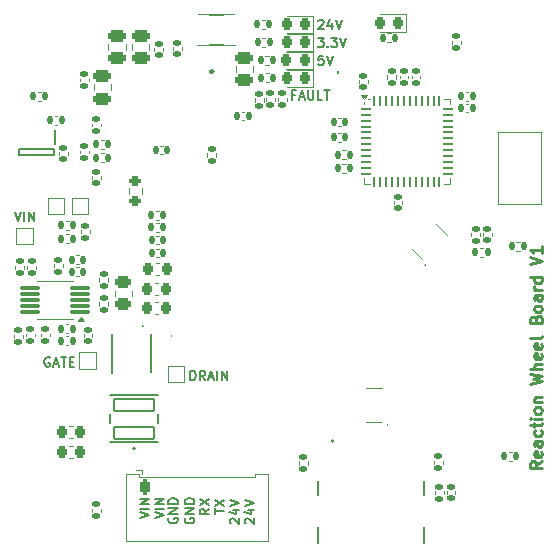
<source format=gbr>
G04 #@! TF.GenerationSoftware,KiCad,Pcbnew,8.0.8*
G04 #@! TF.CreationDate,2025-02-05T10:03:22-05:00*
G04 #@! TF.ProjectId,RW_board,52575f62-6f61-4726-942e-6b696361645f,rev?*
G04 #@! TF.SameCoordinates,Original*
G04 #@! TF.FileFunction,Legend,Top*
G04 #@! TF.FilePolarity,Positive*
%FSLAX46Y46*%
G04 Gerber Fmt 4.6, Leading zero omitted, Abs format (unit mm)*
G04 Created by KiCad (PCBNEW 8.0.8) date 2025-02-05 10:03:22*
%MOMM*%
%LPD*%
G01*
G04 APERTURE LIST*
G04 Aperture macros list*
%AMRoundRect*
0 Rectangle with rounded corners*
0 $1 Rounding radius*
0 $2 $3 $4 $5 $6 $7 $8 $9 X,Y pos of 4 corners*
0 Add a 4 corners polygon primitive as box body*
4,1,4,$2,$3,$4,$5,$6,$7,$8,$9,$2,$3,0*
0 Add four circle primitives for the rounded corners*
1,1,$1+$1,$2,$3*
1,1,$1+$1,$4,$5*
1,1,$1+$1,$6,$7*
1,1,$1+$1,$8,$9*
0 Add four rect primitives between the rounded corners*
20,1,$1+$1,$2,$3,$4,$5,0*
20,1,$1+$1,$4,$5,$6,$7,0*
20,1,$1+$1,$6,$7,$8,$9,0*
20,1,$1+$1,$8,$9,$2,$3,0*%
%AMRotRect*
0 Rectangle, with rotation*
0 The origin of the aperture is its center*
0 $1 length*
0 $2 width*
0 $3 Rotation angle, in degrees counterclockwise*
0 Add horizontal line*
21,1,$1,$2,0,0,$3*%
G04 Aperture macros list end*
%ADD10C,0.200000*%
%ADD11C,0.150000*%
%ADD12C,0.250000*%
%ADD13C,0.120000*%
%ADD14C,0.100000*%
%ADD15C,0.127000*%
%ADD16C,0.010000*%
%ADD17RoundRect,0.135000X-0.135000X-0.185000X0.135000X-0.185000X0.135000X0.185000X-0.135000X0.185000X0*%
%ADD18RoundRect,0.140000X0.140000X0.170000X-0.140000X0.170000X-0.140000X-0.170000X0.140000X-0.170000X0*%
%ADD19R,1.000000X1.000000*%
%ADD20C,0.800000*%
%ADD21C,7.000000*%
%ADD22RoundRect,0.135000X0.185000X-0.135000X0.185000X0.135000X-0.185000X0.135000X-0.185000X-0.135000X0*%
%ADD23RoundRect,0.135000X0.135000X0.185000X-0.135000X0.185000X-0.135000X-0.185000X0.135000X-0.185000X0*%
%ADD24C,6.400000*%
%ADD25RoundRect,0.140000X-0.140000X-0.170000X0.140000X-0.170000X0.140000X0.170000X-0.140000X0.170000X0*%
%ADD26RoundRect,0.225000X-0.225000X-0.250000X0.225000X-0.250000X0.225000X0.250000X-0.225000X0.250000X0*%
%ADD27R,1.600000X2.180000*%
%ADD28RoundRect,0.135000X-0.185000X0.135000X-0.185000X-0.135000X0.185000X-0.135000X0.185000X0.135000X0*%
%ADD29RoundRect,0.140000X0.170000X-0.140000X0.170000X0.140000X-0.170000X0.140000X-0.170000X-0.140000X0*%
%ADD30RoundRect,0.225000X0.225000X0.250000X-0.225000X0.250000X-0.225000X-0.250000X0.225000X-0.250000X0*%
%ADD31RoundRect,0.200000X-0.200000X-0.450000X0.200000X-0.450000X0.200000X0.450000X-0.200000X0.450000X0*%
%ADD32O,0.800000X1.300000*%
%ADD33RotRect,0.700000X1.000000X135.000000*%
%ADD34RotRect,0.600000X0.700000X45.000000*%
%ADD35RoundRect,0.140000X-0.170000X0.140000X-0.170000X-0.140000X0.170000X-0.140000X0.170000X0.140000X0*%
%ADD36RoundRect,0.250000X-0.475000X0.250000X-0.475000X-0.250000X0.475000X-0.250000X0.475000X0.250000X0*%
%ADD37RoundRect,0.102000X1.700000X-0.490000X1.700000X0.490000X-1.700000X0.490000X-1.700000X-0.490000X0*%
%ADD38R,1.650000X2.600000*%
%ADD39RoundRect,0.062500X-0.375000X-0.062500X0.375000X-0.062500X0.375000X0.062500X-0.375000X0.062500X0*%
%ADD40RoundRect,0.062500X-0.062500X-0.375000X0.062500X-0.375000X0.062500X0.375000X-0.062500X0.375000X0*%
%ADD41R,5.150000X5.150000*%
%ADD42R,0.700000X1.000000*%
%ADD43R,0.700000X0.600000*%
%ADD44RoundRect,0.218750X0.218750X0.256250X-0.218750X0.256250X-0.218750X-0.256250X0.218750X-0.256250X0*%
%ADD45R,0.600000X1.250000*%
%ADD46R,0.340000X0.500000*%
%ADD47R,0.340000X1.000000*%
%ADD48R,0.340000X0.800000*%
%ADD49R,1.640000X0.600000*%
%ADD50R,2.290000X1.710000*%
%ADD51RoundRect,0.250000X0.475000X-0.250000X0.475000X0.250000X-0.475000X0.250000X-0.475000X-0.250000X0*%
%ADD52R,1.100000X0.600000*%
%ADD53R,0.690000X0.385000*%
%ADD54R,0.690000X1.035000*%
%ADD55RoundRect,0.250000X-0.450000X0.262500X-0.450000X-0.262500X0.450000X-0.262500X0.450000X0.262500X0*%
%ADD56R,0.300000X0.800000*%
%ADD57R,0.800000X0.300000*%
%ADD58R,5.800000X3.800000*%
%ADD59RoundRect,0.200000X-0.275000X0.200000X-0.275000X-0.200000X0.275000X-0.200000X0.275000X0.200000X0*%
%ADD60RoundRect,0.087500X0.725000X0.087500X-0.725000X0.087500X-0.725000X-0.087500X0.725000X-0.087500X0*%
%ADD61C,0.650000*%
%ADD62O,1.204000X2.304000*%
%ADD63O,1.204000X2.004000*%
G04 APERTURE END LIST*
D10*
X143998695Y-119553231D02*
X143998695Y-119096088D01*
X144798695Y-119324660D02*
X143998695Y-119324660D01*
X143998695Y-118905612D02*
X144798695Y-118372278D01*
X143998695Y-118372278D02*
X144798695Y-118905612D01*
X145344885Y-120366041D02*
X145306790Y-120327945D01*
X145306790Y-120327945D02*
X145268695Y-120251755D01*
X145268695Y-120251755D02*
X145268695Y-120061279D01*
X145268695Y-120061279D02*
X145306790Y-119985088D01*
X145306790Y-119985088D02*
X145344885Y-119946993D01*
X145344885Y-119946993D02*
X145421076Y-119908898D01*
X145421076Y-119908898D02*
X145497266Y-119908898D01*
X145497266Y-119908898D02*
X145611552Y-119946993D01*
X145611552Y-119946993D02*
X146068695Y-120404136D01*
X146068695Y-120404136D02*
X146068695Y-119908898D01*
X145535361Y-119223183D02*
X146068695Y-119223183D01*
X145230600Y-119413659D02*
X145802028Y-119604136D01*
X145802028Y-119604136D02*
X145802028Y-119108897D01*
X145268695Y-118918421D02*
X146068695Y-118651754D01*
X146068695Y-118651754D02*
X145268695Y-118385088D01*
D11*
X152739969Y-79231295D02*
X153235207Y-79231295D01*
X153235207Y-79231295D02*
X152968541Y-79536057D01*
X152968541Y-79536057D02*
X153082826Y-79536057D01*
X153082826Y-79536057D02*
X153159017Y-79574152D01*
X153159017Y-79574152D02*
X153197112Y-79612247D01*
X153197112Y-79612247D02*
X153235207Y-79688438D01*
X153235207Y-79688438D02*
X153235207Y-79878914D01*
X153235207Y-79878914D02*
X153197112Y-79955104D01*
X153197112Y-79955104D02*
X153159017Y-79993200D01*
X153159017Y-79993200D02*
X153082826Y-80031295D01*
X153082826Y-80031295D02*
X152854255Y-80031295D01*
X152854255Y-80031295D02*
X152778064Y-79993200D01*
X152778064Y-79993200D02*
X152739969Y-79955104D01*
X153578065Y-79955104D02*
X153616160Y-79993200D01*
X153616160Y-79993200D02*
X153578065Y-80031295D01*
X153578065Y-80031295D02*
X153539969Y-79993200D01*
X153539969Y-79993200D02*
X153578065Y-79955104D01*
X153578065Y-79955104D02*
X153578065Y-80031295D01*
X153882826Y-79231295D02*
X154378064Y-79231295D01*
X154378064Y-79231295D02*
X154111398Y-79536057D01*
X154111398Y-79536057D02*
X154225683Y-79536057D01*
X154225683Y-79536057D02*
X154301874Y-79574152D01*
X154301874Y-79574152D02*
X154339969Y-79612247D01*
X154339969Y-79612247D02*
X154378064Y-79688438D01*
X154378064Y-79688438D02*
X154378064Y-79878914D01*
X154378064Y-79878914D02*
X154339969Y-79955104D01*
X154339969Y-79955104D02*
X154301874Y-79993200D01*
X154301874Y-79993200D02*
X154225683Y-80031295D01*
X154225683Y-80031295D02*
X153997112Y-80031295D01*
X153997112Y-80031295D02*
X153920921Y-79993200D01*
X153920921Y-79993200D02*
X153882826Y-79955104D01*
X154606636Y-79231295D02*
X154873303Y-80031295D01*
X154873303Y-80031295D02*
X155139969Y-79231295D01*
D12*
X171695619Y-115104003D02*
X171219428Y-115437336D01*
X171695619Y-115675431D02*
X170695619Y-115675431D01*
X170695619Y-115675431D02*
X170695619Y-115294479D01*
X170695619Y-115294479D02*
X170743238Y-115199241D01*
X170743238Y-115199241D02*
X170790857Y-115151622D01*
X170790857Y-115151622D02*
X170886095Y-115104003D01*
X170886095Y-115104003D02*
X171028952Y-115104003D01*
X171028952Y-115104003D02*
X171124190Y-115151622D01*
X171124190Y-115151622D02*
X171171809Y-115199241D01*
X171171809Y-115199241D02*
X171219428Y-115294479D01*
X171219428Y-115294479D02*
X171219428Y-115675431D01*
X171648000Y-114294479D02*
X171695619Y-114389717D01*
X171695619Y-114389717D02*
X171695619Y-114580193D01*
X171695619Y-114580193D02*
X171648000Y-114675431D01*
X171648000Y-114675431D02*
X171552761Y-114723050D01*
X171552761Y-114723050D02*
X171171809Y-114723050D01*
X171171809Y-114723050D02*
X171076571Y-114675431D01*
X171076571Y-114675431D02*
X171028952Y-114580193D01*
X171028952Y-114580193D02*
X171028952Y-114389717D01*
X171028952Y-114389717D02*
X171076571Y-114294479D01*
X171076571Y-114294479D02*
X171171809Y-114246860D01*
X171171809Y-114246860D02*
X171267047Y-114246860D01*
X171267047Y-114246860D02*
X171362285Y-114723050D01*
X171695619Y-113389717D02*
X171171809Y-113389717D01*
X171171809Y-113389717D02*
X171076571Y-113437336D01*
X171076571Y-113437336D02*
X171028952Y-113532574D01*
X171028952Y-113532574D02*
X171028952Y-113723050D01*
X171028952Y-113723050D02*
X171076571Y-113818288D01*
X171648000Y-113389717D02*
X171695619Y-113484955D01*
X171695619Y-113484955D02*
X171695619Y-113723050D01*
X171695619Y-113723050D02*
X171648000Y-113818288D01*
X171648000Y-113818288D02*
X171552761Y-113865907D01*
X171552761Y-113865907D02*
X171457523Y-113865907D01*
X171457523Y-113865907D02*
X171362285Y-113818288D01*
X171362285Y-113818288D02*
X171314666Y-113723050D01*
X171314666Y-113723050D02*
X171314666Y-113484955D01*
X171314666Y-113484955D02*
X171267047Y-113389717D01*
X171648000Y-112484955D02*
X171695619Y-112580193D01*
X171695619Y-112580193D02*
X171695619Y-112770669D01*
X171695619Y-112770669D02*
X171648000Y-112865907D01*
X171648000Y-112865907D02*
X171600380Y-112913526D01*
X171600380Y-112913526D02*
X171505142Y-112961145D01*
X171505142Y-112961145D02*
X171219428Y-112961145D01*
X171219428Y-112961145D02*
X171124190Y-112913526D01*
X171124190Y-112913526D02*
X171076571Y-112865907D01*
X171076571Y-112865907D02*
X171028952Y-112770669D01*
X171028952Y-112770669D02*
X171028952Y-112580193D01*
X171028952Y-112580193D02*
X171076571Y-112484955D01*
X171028952Y-112199240D02*
X171028952Y-111818288D01*
X170695619Y-112056383D02*
X171552761Y-112056383D01*
X171552761Y-112056383D02*
X171648000Y-112008764D01*
X171648000Y-112008764D02*
X171695619Y-111913526D01*
X171695619Y-111913526D02*
X171695619Y-111818288D01*
X171695619Y-111484954D02*
X171028952Y-111484954D01*
X170695619Y-111484954D02*
X170743238Y-111532573D01*
X170743238Y-111532573D02*
X170790857Y-111484954D01*
X170790857Y-111484954D02*
X170743238Y-111437335D01*
X170743238Y-111437335D02*
X170695619Y-111484954D01*
X170695619Y-111484954D02*
X170790857Y-111484954D01*
X171695619Y-110865907D02*
X171648000Y-110961145D01*
X171648000Y-110961145D02*
X171600380Y-111008764D01*
X171600380Y-111008764D02*
X171505142Y-111056383D01*
X171505142Y-111056383D02*
X171219428Y-111056383D01*
X171219428Y-111056383D02*
X171124190Y-111008764D01*
X171124190Y-111008764D02*
X171076571Y-110961145D01*
X171076571Y-110961145D02*
X171028952Y-110865907D01*
X171028952Y-110865907D02*
X171028952Y-110723050D01*
X171028952Y-110723050D02*
X171076571Y-110627812D01*
X171076571Y-110627812D02*
X171124190Y-110580193D01*
X171124190Y-110580193D02*
X171219428Y-110532574D01*
X171219428Y-110532574D02*
X171505142Y-110532574D01*
X171505142Y-110532574D02*
X171600380Y-110580193D01*
X171600380Y-110580193D02*
X171648000Y-110627812D01*
X171648000Y-110627812D02*
X171695619Y-110723050D01*
X171695619Y-110723050D02*
X171695619Y-110865907D01*
X171028952Y-110104002D02*
X171695619Y-110104002D01*
X171124190Y-110104002D02*
X171076571Y-110056383D01*
X171076571Y-110056383D02*
X171028952Y-109961145D01*
X171028952Y-109961145D02*
X171028952Y-109818288D01*
X171028952Y-109818288D02*
X171076571Y-109723050D01*
X171076571Y-109723050D02*
X171171809Y-109675431D01*
X171171809Y-109675431D02*
X171695619Y-109675431D01*
X170695619Y-108532573D02*
X171695619Y-108294478D01*
X171695619Y-108294478D02*
X170981333Y-108104002D01*
X170981333Y-108104002D02*
X171695619Y-107913526D01*
X171695619Y-107913526D02*
X170695619Y-107675431D01*
X171695619Y-107294478D02*
X170695619Y-107294478D01*
X171695619Y-106865907D02*
X171171809Y-106865907D01*
X171171809Y-106865907D02*
X171076571Y-106913526D01*
X171076571Y-106913526D02*
X171028952Y-107008764D01*
X171028952Y-107008764D02*
X171028952Y-107151621D01*
X171028952Y-107151621D02*
X171076571Y-107246859D01*
X171076571Y-107246859D02*
X171124190Y-107294478D01*
X171648000Y-106008764D02*
X171695619Y-106104002D01*
X171695619Y-106104002D02*
X171695619Y-106294478D01*
X171695619Y-106294478D02*
X171648000Y-106389716D01*
X171648000Y-106389716D02*
X171552761Y-106437335D01*
X171552761Y-106437335D02*
X171171809Y-106437335D01*
X171171809Y-106437335D02*
X171076571Y-106389716D01*
X171076571Y-106389716D02*
X171028952Y-106294478D01*
X171028952Y-106294478D02*
X171028952Y-106104002D01*
X171028952Y-106104002D02*
X171076571Y-106008764D01*
X171076571Y-106008764D02*
X171171809Y-105961145D01*
X171171809Y-105961145D02*
X171267047Y-105961145D01*
X171267047Y-105961145D02*
X171362285Y-106437335D01*
X171648000Y-105151621D02*
X171695619Y-105246859D01*
X171695619Y-105246859D02*
X171695619Y-105437335D01*
X171695619Y-105437335D02*
X171648000Y-105532573D01*
X171648000Y-105532573D02*
X171552761Y-105580192D01*
X171552761Y-105580192D02*
X171171809Y-105580192D01*
X171171809Y-105580192D02*
X171076571Y-105532573D01*
X171076571Y-105532573D02*
X171028952Y-105437335D01*
X171028952Y-105437335D02*
X171028952Y-105246859D01*
X171028952Y-105246859D02*
X171076571Y-105151621D01*
X171076571Y-105151621D02*
X171171809Y-105104002D01*
X171171809Y-105104002D02*
X171267047Y-105104002D01*
X171267047Y-105104002D02*
X171362285Y-105580192D01*
X171695619Y-104532573D02*
X171648000Y-104627811D01*
X171648000Y-104627811D02*
X171552761Y-104675430D01*
X171552761Y-104675430D02*
X170695619Y-104675430D01*
X171171809Y-103056382D02*
X171219428Y-102913525D01*
X171219428Y-102913525D02*
X171267047Y-102865906D01*
X171267047Y-102865906D02*
X171362285Y-102818287D01*
X171362285Y-102818287D02*
X171505142Y-102818287D01*
X171505142Y-102818287D02*
X171600380Y-102865906D01*
X171600380Y-102865906D02*
X171648000Y-102913525D01*
X171648000Y-102913525D02*
X171695619Y-103008763D01*
X171695619Y-103008763D02*
X171695619Y-103389715D01*
X171695619Y-103389715D02*
X170695619Y-103389715D01*
X170695619Y-103389715D02*
X170695619Y-103056382D01*
X170695619Y-103056382D02*
X170743238Y-102961144D01*
X170743238Y-102961144D02*
X170790857Y-102913525D01*
X170790857Y-102913525D02*
X170886095Y-102865906D01*
X170886095Y-102865906D02*
X170981333Y-102865906D01*
X170981333Y-102865906D02*
X171076571Y-102913525D01*
X171076571Y-102913525D02*
X171124190Y-102961144D01*
X171124190Y-102961144D02*
X171171809Y-103056382D01*
X171171809Y-103056382D02*
X171171809Y-103389715D01*
X171695619Y-102246858D02*
X171648000Y-102342096D01*
X171648000Y-102342096D02*
X171600380Y-102389715D01*
X171600380Y-102389715D02*
X171505142Y-102437334D01*
X171505142Y-102437334D02*
X171219428Y-102437334D01*
X171219428Y-102437334D02*
X171124190Y-102389715D01*
X171124190Y-102389715D02*
X171076571Y-102342096D01*
X171076571Y-102342096D02*
X171028952Y-102246858D01*
X171028952Y-102246858D02*
X171028952Y-102104001D01*
X171028952Y-102104001D02*
X171076571Y-102008763D01*
X171076571Y-102008763D02*
X171124190Y-101961144D01*
X171124190Y-101961144D02*
X171219428Y-101913525D01*
X171219428Y-101913525D02*
X171505142Y-101913525D01*
X171505142Y-101913525D02*
X171600380Y-101961144D01*
X171600380Y-101961144D02*
X171648000Y-102008763D01*
X171648000Y-102008763D02*
X171695619Y-102104001D01*
X171695619Y-102104001D02*
X171695619Y-102246858D01*
X171695619Y-101056382D02*
X171171809Y-101056382D01*
X171171809Y-101056382D02*
X171076571Y-101104001D01*
X171076571Y-101104001D02*
X171028952Y-101199239D01*
X171028952Y-101199239D02*
X171028952Y-101389715D01*
X171028952Y-101389715D02*
X171076571Y-101484953D01*
X171648000Y-101056382D02*
X171695619Y-101151620D01*
X171695619Y-101151620D02*
X171695619Y-101389715D01*
X171695619Y-101389715D02*
X171648000Y-101484953D01*
X171648000Y-101484953D02*
X171552761Y-101532572D01*
X171552761Y-101532572D02*
X171457523Y-101532572D01*
X171457523Y-101532572D02*
X171362285Y-101484953D01*
X171362285Y-101484953D02*
X171314666Y-101389715D01*
X171314666Y-101389715D02*
X171314666Y-101151620D01*
X171314666Y-101151620D02*
X171267047Y-101056382D01*
X171695619Y-100580191D02*
X171028952Y-100580191D01*
X171219428Y-100580191D02*
X171124190Y-100532572D01*
X171124190Y-100532572D02*
X171076571Y-100484953D01*
X171076571Y-100484953D02*
X171028952Y-100389715D01*
X171028952Y-100389715D02*
X171028952Y-100294477D01*
X171695619Y-99532572D02*
X170695619Y-99532572D01*
X171648000Y-99532572D02*
X171695619Y-99627810D01*
X171695619Y-99627810D02*
X171695619Y-99818286D01*
X171695619Y-99818286D02*
X171648000Y-99913524D01*
X171648000Y-99913524D02*
X171600380Y-99961143D01*
X171600380Y-99961143D02*
X171505142Y-100008762D01*
X171505142Y-100008762D02*
X171219428Y-100008762D01*
X171219428Y-100008762D02*
X171124190Y-99961143D01*
X171124190Y-99961143D02*
X171076571Y-99913524D01*
X171076571Y-99913524D02*
X171028952Y-99818286D01*
X171028952Y-99818286D02*
X171028952Y-99627810D01*
X171028952Y-99627810D02*
X171076571Y-99532572D01*
X170695619Y-98437333D02*
X171695619Y-98104000D01*
X171695619Y-98104000D02*
X170695619Y-97770667D01*
X171695619Y-96913524D02*
X171695619Y-97484952D01*
X171695619Y-97199238D02*
X170695619Y-97199238D01*
X170695619Y-97199238D02*
X170838476Y-97294476D01*
X170838476Y-97294476D02*
X170933714Y-97389714D01*
X170933714Y-97389714D02*
X170981333Y-97484952D01*
D11*
X152778064Y-77783485D02*
X152816160Y-77745390D01*
X152816160Y-77745390D02*
X152892350Y-77707295D01*
X152892350Y-77707295D02*
X153082826Y-77707295D01*
X153082826Y-77707295D02*
X153159017Y-77745390D01*
X153159017Y-77745390D02*
X153197112Y-77783485D01*
X153197112Y-77783485D02*
X153235207Y-77859676D01*
X153235207Y-77859676D02*
X153235207Y-77935866D01*
X153235207Y-77935866D02*
X153197112Y-78050152D01*
X153197112Y-78050152D02*
X152739969Y-78507295D01*
X152739969Y-78507295D02*
X153235207Y-78507295D01*
X153920922Y-77973961D02*
X153920922Y-78507295D01*
X153730446Y-77669200D02*
X153539969Y-78240628D01*
X153539969Y-78240628D02*
X154035208Y-78240628D01*
X154225684Y-77707295D02*
X154492351Y-78507295D01*
X154492351Y-78507295D02*
X154759017Y-77707295D01*
D10*
X146614885Y-120366041D02*
X146576790Y-120327945D01*
X146576790Y-120327945D02*
X146538695Y-120251755D01*
X146538695Y-120251755D02*
X146538695Y-120061279D01*
X146538695Y-120061279D02*
X146576790Y-119985088D01*
X146576790Y-119985088D02*
X146614885Y-119946993D01*
X146614885Y-119946993D02*
X146691076Y-119908898D01*
X146691076Y-119908898D02*
X146767266Y-119908898D01*
X146767266Y-119908898D02*
X146881552Y-119946993D01*
X146881552Y-119946993D02*
X147338695Y-120404136D01*
X147338695Y-120404136D02*
X147338695Y-119908898D01*
X146805361Y-119223183D02*
X147338695Y-119223183D01*
X146500600Y-119413659D02*
X147072028Y-119604136D01*
X147072028Y-119604136D02*
X147072028Y-119108897D01*
X146538695Y-118918421D02*
X147338695Y-118651754D01*
X147338695Y-118651754D02*
X146538695Y-118385088D01*
D11*
X153197112Y-80755295D02*
X152816160Y-80755295D01*
X152816160Y-80755295D02*
X152778064Y-81136247D01*
X152778064Y-81136247D02*
X152816160Y-81098152D01*
X152816160Y-81098152D02*
X152892350Y-81060057D01*
X152892350Y-81060057D02*
X153082826Y-81060057D01*
X153082826Y-81060057D02*
X153159017Y-81098152D01*
X153159017Y-81098152D02*
X153197112Y-81136247D01*
X153197112Y-81136247D02*
X153235207Y-81212438D01*
X153235207Y-81212438D02*
X153235207Y-81402914D01*
X153235207Y-81402914D02*
X153197112Y-81479104D01*
X153197112Y-81479104D02*
X153159017Y-81517200D01*
X153159017Y-81517200D02*
X153082826Y-81555295D01*
X153082826Y-81555295D02*
X152892350Y-81555295D01*
X152892350Y-81555295D02*
X152816160Y-81517200D01*
X152816160Y-81517200D02*
X152778064Y-81479104D01*
X153463779Y-80755295D02*
X153730446Y-81555295D01*
X153730446Y-81555295D02*
X153997112Y-80755295D01*
D10*
X138918695Y-119934231D02*
X139718695Y-119667564D01*
X139718695Y-119667564D02*
X138918695Y-119400898D01*
X139718695Y-119134231D02*
X138918695Y-119134231D01*
X139718695Y-118753279D02*
X138918695Y-118753279D01*
X138918695Y-118753279D02*
X139718695Y-118296136D01*
X139718695Y-118296136D02*
X138918695Y-118296136D01*
X127080768Y-93960695D02*
X127347435Y-94760695D01*
X127347435Y-94760695D02*
X127614101Y-93960695D01*
X127880768Y-94760695D02*
X127880768Y-93960695D01*
X128261720Y-94760695D02*
X128261720Y-93960695D01*
X128261720Y-93960695D02*
X128718863Y-94760695D01*
X128718863Y-94760695D02*
X128718863Y-93960695D01*
X143528695Y-119108802D02*
X143147742Y-119375469D01*
X143528695Y-119565945D02*
X142728695Y-119565945D01*
X142728695Y-119565945D02*
X142728695Y-119261183D01*
X142728695Y-119261183D02*
X142766790Y-119184993D01*
X142766790Y-119184993D02*
X142804885Y-119146898D01*
X142804885Y-119146898D02*
X142881076Y-119108802D01*
X142881076Y-119108802D02*
X142995361Y-119108802D01*
X142995361Y-119108802D02*
X143071552Y-119146898D01*
X143071552Y-119146898D02*
X143109647Y-119184993D01*
X143109647Y-119184993D02*
X143147742Y-119261183D01*
X143147742Y-119261183D02*
X143147742Y-119565945D01*
X142728695Y-118842136D02*
X143528695Y-118308802D01*
X142728695Y-118308802D02*
X143528695Y-118842136D01*
X140099790Y-119908898D02*
X140061695Y-119985088D01*
X140061695Y-119985088D02*
X140061695Y-120099374D01*
X140061695Y-120099374D02*
X140099790Y-120213660D01*
X140099790Y-120213660D02*
X140175980Y-120289850D01*
X140175980Y-120289850D02*
X140252171Y-120327945D01*
X140252171Y-120327945D02*
X140404552Y-120366041D01*
X140404552Y-120366041D02*
X140518838Y-120366041D01*
X140518838Y-120366041D02*
X140671219Y-120327945D01*
X140671219Y-120327945D02*
X140747409Y-120289850D01*
X140747409Y-120289850D02*
X140823600Y-120213660D01*
X140823600Y-120213660D02*
X140861695Y-120099374D01*
X140861695Y-120099374D02*
X140861695Y-120023183D01*
X140861695Y-120023183D02*
X140823600Y-119908898D01*
X140823600Y-119908898D02*
X140785504Y-119870802D01*
X140785504Y-119870802D02*
X140518838Y-119870802D01*
X140518838Y-119870802D02*
X140518838Y-120023183D01*
X140861695Y-119527945D02*
X140061695Y-119527945D01*
X140061695Y-119527945D02*
X140861695Y-119070802D01*
X140861695Y-119070802D02*
X140061695Y-119070802D01*
X140861695Y-118689850D02*
X140061695Y-118689850D01*
X140061695Y-118689850D02*
X140061695Y-118499374D01*
X140061695Y-118499374D02*
X140099790Y-118385088D01*
X140099790Y-118385088D02*
X140175980Y-118308898D01*
X140175980Y-118308898D02*
X140252171Y-118270803D01*
X140252171Y-118270803D02*
X140404552Y-118232707D01*
X140404552Y-118232707D02*
X140518838Y-118232707D01*
X140518838Y-118232707D02*
X140671219Y-118270803D01*
X140671219Y-118270803D02*
X140747409Y-118308898D01*
X140747409Y-118308898D02*
X140823600Y-118385088D01*
X140823600Y-118385088D02*
X140861695Y-118499374D01*
X140861695Y-118499374D02*
X140861695Y-118689850D01*
X130027101Y-106317790D02*
X129950911Y-106279695D01*
X129950911Y-106279695D02*
X129836625Y-106279695D01*
X129836625Y-106279695D02*
X129722339Y-106317790D01*
X129722339Y-106317790D02*
X129646149Y-106393980D01*
X129646149Y-106393980D02*
X129608054Y-106470171D01*
X129608054Y-106470171D02*
X129569958Y-106622552D01*
X129569958Y-106622552D02*
X129569958Y-106736838D01*
X129569958Y-106736838D02*
X129608054Y-106889219D01*
X129608054Y-106889219D02*
X129646149Y-106965409D01*
X129646149Y-106965409D02*
X129722339Y-107041600D01*
X129722339Y-107041600D02*
X129836625Y-107079695D01*
X129836625Y-107079695D02*
X129912816Y-107079695D01*
X129912816Y-107079695D02*
X130027101Y-107041600D01*
X130027101Y-107041600D02*
X130065197Y-107003504D01*
X130065197Y-107003504D02*
X130065197Y-106736838D01*
X130065197Y-106736838D02*
X129912816Y-106736838D01*
X130369958Y-106851123D02*
X130750911Y-106851123D01*
X130293768Y-107079695D02*
X130560435Y-106279695D01*
X130560435Y-106279695D02*
X130827101Y-107079695D01*
X130979482Y-106279695D02*
X131436625Y-106279695D01*
X131208053Y-107079695D02*
X131208053Y-106279695D01*
X131703292Y-106660647D02*
X131969958Y-106660647D01*
X132084244Y-107079695D02*
X131703292Y-107079695D01*
X131703292Y-107079695D02*
X131703292Y-106279695D01*
X131703292Y-106279695D02*
X132084244Y-106279695D01*
X137648695Y-119934231D02*
X138448695Y-119667564D01*
X138448695Y-119667564D02*
X137648695Y-119400898D01*
X138448695Y-119134231D02*
X137648695Y-119134231D01*
X138448695Y-118753279D02*
X137648695Y-118753279D01*
X137648695Y-118753279D02*
X138448695Y-118296136D01*
X138448695Y-118296136D02*
X137648695Y-118296136D01*
D11*
X150796826Y-84057247D02*
X150530160Y-84057247D01*
X150530160Y-84476295D02*
X150530160Y-83676295D01*
X150530160Y-83676295D02*
X150911112Y-83676295D01*
X151177778Y-84247723D02*
X151558731Y-84247723D01*
X151101588Y-84476295D02*
X151368255Y-83676295D01*
X151368255Y-83676295D02*
X151634921Y-84476295D01*
X151901588Y-83676295D02*
X151901588Y-84323914D01*
X151901588Y-84323914D02*
X151939683Y-84400104D01*
X151939683Y-84400104D02*
X151977778Y-84438200D01*
X151977778Y-84438200D02*
X152053969Y-84476295D01*
X152053969Y-84476295D02*
X152206350Y-84476295D01*
X152206350Y-84476295D02*
X152282540Y-84438200D01*
X152282540Y-84438200D02*
X152320635Y-84400104D01*
X152320635Y-84400104D02*
X152358731Y-84323914D01*
X152358731Y-84323914D02*
X152358731Y-83676295D01*
X153120635Y-84476295D02*
X152739683Y-84476295D01*
X152739683Y-84476295D02*
X152739683Y-83676295D01*
X153273016Y-83676295D02*
X153730159Y-83676295D01*
X153501587Y-84476295D02*
X153501587Y-83676295D01*
D10*
X141496790Y-119908898D02*
X141458695Y-119985088D01*
X141458695Y-119985088D02*
X141458695Y-120099374D01*
X141458695Y-120099374D02*
X141496790Y-120213660D01*
X141496790Y-120213660D02*
X141572980Y-120289850D01*
X141572980Y-120289850D02*
X141649171Y-120327945D01*
X141649171Y-120327945D02*
X141801552Y-120366041D01*
X141801552Y-120366041D02*
X141915838Y-120366041D01*
X141915838Y-120366041D02*
X142068219Y-120327945D01*
X142068219Y-120327945D02*
X142144409Y-120289850D01*
X142144409Y-120289850D02*
X142220600Y-120213660D01*
X142220600Y-120213660D02*
X142258695Y-120099374D01*
X142258695Y-120099374D02*
X142258695Y-120023183D01*
X142258695Y-120023183D02*
X142220600Y-119908898D01*
X142220600Y-119908898D02*
X142182504Y-119870802D01*
X142182504Y-119870802D02*
X141915838Y-119870802D01*
X141915838Y-119870802D02*
X141915838Y-120023183D01*
X142258695Y-119527945D02*
X141458695Y-119527945D01*
X141458695Y-119527945D02*
X142258695Y-119070802D01*
X142258695Y-119070802D02*
X141458695Y-119070802D01*
X142258695Y-118689850D02*
X141458695Y-118689850D01*
X141458695Y-118689850D02*
X141458695Y-118499374D01*
X141458695Y-118499374D02*
X141496790Y-118385088D01*
X141496790Y-118385088D02*
X141572980Y-118308898D01*
X141572980Y-118308898D02*
X141649171Y-118270803D01*
X141649171Y-118270803D02*
X141801552Y-118232707D01*
X141801552Y-118232707D02*
X141915838Y-118232707D01*
X141915838Y-118232707D02*
X142068219Y-118270803D01*
X142068219Y-118270803D02*
X142144409Y-118308898D01*
X142144409Y-118308898D02*
X142220600Y-118385088D01*
X142220600Y-118385088D02*
X142258695Y-118499374D01*
X142258695Y-118499374D02*
X142258695Y-118689850D01*
X141927054Y-108222695D02*
X141927054Y-107422695D01*
X141927054Y-107422695D02*
X142117530Y-107422695D01*
X142117530Y-107422695D02*
X142231816Y-107460790D01*
X142231816Y-107460790D02*
X142308006Y-107536980D01*
X142308006Y-107536980D02*
X142346101Y-107613171D01*
X142346101Y-107613171D02*
X142384197Y-107765552D01*
X142384197Y-107765552D02*
X142384197Y-107879838D01*
X142384197Y-107879838D02*
X142346101Y-108032219D01*
X142346101Y-108032219D02*
X142308006Y-108108409D01*
X142308006Y-108108409D02*
X142231816Y-108184600D01*
X142231816Y-108184600D02*
X142117530Y-108222695D01*
X142117530Y-108222695D02*
X141927054Y-108222695D01*
X143184197Y-108222695D02*
X142917530Y-107841742D01*
X142727054Y-108222695D02*
X142727054Y-107422695D01*
X142727054Y-107422695D02*
X143031816Y-107422695D01*
X143031816Y-107422695D02*
X143108006Y-107460790D01*
X143108006Y-107460790D02*
X143146101Y-107498885D01*
X143146101Y-107498885D02*
X143184197Y-107575076D01*
X143184197Y-107575076D02*
X143184197Y-107689361D01*
X143184197Y-107689361D02*
X143146101Y-107765552D01*
X143146101Y-107765552D02*
X143108006Y-107803647D01*
X143108006Y-107803647D02*
X143031816Y-107841742D01*
X143031816Y-107841742D02*
X142727054Y-107841742D01*
X143488958Y-107994123D02*
X143869911Y-107994123D01*
X143412768Y-108222695D02*
X143679435Y-107422695D01*
X143679435Y-107422695D02*
X143946101Y-108222695D01*
X144212768Y-108222695D02*
X144212768Y-107422695D01*
X144593720Y-108222695D02*
X144593720Y-107422695D01*
X144593720Y-107422695D02*
X145050863Y-108222695D01*
X145050863Y-108222695D02*
X145050863Y-107422695D01*
D13*
X154786359Y-88774000D02*
X155093641Y-88774000D01*
X154786359Y-89534000D02*
X155093641Y-89534000D01*
X165461836Y-83838500D02*
X165246164Y-83838500D01*
X165461836Y-84558500D02*
X165246164Y-84558500D01*
X169516359Y-96521000D02*
X169823641Y-96521000D01*
X169516359Y-97281000D02*
X169823641Y-97281000D01*
X140016000Y-106996000D02*
X141416000Y-106996000D01*
X140016000Y-108396000D02*
X140016000Y-106996000D01*
X141416000Y-106996000D02*
X141416000Y-108396000D01*
X141416000Y-108396000D02*
X140016000Y-108396000D01*
X131888000Y-92772000D02*
X133288000Y-92772000D01*
X131888000Y-94172000D02*
X131888000Y-92772000D01*
X133288000Y-92772000D02*
X133288000Y-94172000D01*
X133288000Y-94172000D02*
X131888000Y-94172000D01*
X131367559Y-95886000D02*
X131674841Y-95886000D01*
X131367559Y-96646000D02*
X131674841Y-96646000D01*
X151120000Y-115403641D02*
X151120000Y-115096359D01*
X151880000Y-115403641D02*
X151880000Y-115096359D01*
X147972359Y-77725000D02*
X148279641Y-77725000D01*
X147972359Y-78485000D02*
X148279641Y-78485000D01*
X132494636Y-97669000D02*
X132278964Y-97669000D01*
X132494636Y-98389000D02*
X132278964Y-98389000D01*
X139300641Y-93899000D02*
X138993359Y-93899000D01*
X139300641Y-94659000D02*
X138993359Y-94659000D01*
X146297764Y-85492000D02*
X146513436Y-85492000D01*
X146297764Y-86212000D02*
X146513436Y-86212000D01*
X138924420Y-99977000D02*
X139205580Y-99977000D01*
X138924420Y-100997000D02*
X139205580Y-100997000D01*
X167989000Y-87237000D02*
X171609000Y-87237000D01*
X167989000Y-93357000D02*
X167989000Y-87237000D01*
X171609000Y-87237000D02*
X171609000Y-93357000D01*
X171609000Y-93357000D02*
X167989000Y-93357000D01*
X149353000Y-84301359D02*
X149353000Y-84608641D01*
X150113000Y-84301359D02*
X150113000Y-84608641D01*
X128144000Y-98832641D02*
X128144000Y-98525359D01*
X128904000Y-98832641D02*
X128904000Y-98525359D01*
X132609000Y-89007836D02*
X132609000Y-88792164D01*
X133329000Y-89007836D02*
X133329000Y-88792164D01*
X131966580Y-112139000D02*
X131685420Y-112139000D01*
X131966580Y-113159000D02*
X131685420Y-113159000D01*
X139392164Y-88390000D02*
X139607836Y-88390000D01*
X139392164Y-89110000D02*
X139607836Y-89110000D01*
X136509000Y-116139000D02*
X136509000Y-121859000D01*
X136509000Y-121859000D02*
X142494000Y-121859000D01*
X137579000Y-116139000D02*
X136509000Y-116139000D01*
X137579000Y-116439000D02*
X137579000Y-116139000D01*
X137869000Y-115849000D02*
X137369000Y-115849000D01*
X137869000Y-116149000D02*
X137869000Y-115849000D01*
X142494000Y-116439000D02*
X137579000Y-116439000D01*
X142494000Y-116439000D02*
X147409000Y-116439000D01*
X147409000Y-116139000D02*
X148479000Y-116139000D01*
X147409000Y-116439000D02*
X147409000Y-116139000D01*
X148479000Y-116139000D02*
X148479000Y-121859000D01*
X148479000Y-121859000D02*
X142494000Y-121859000D01*
X147982359Y-79249000D02*
X148289641Y-79249000D01*
X147982359Y-80009000D02*
X148289641Y-80009000D01*
D14*
X160694076Y-97085685D02*
X161577959Y-97969569D01*
X161754736Y-98499899D02*
X161754736Y-98499899D01*
X161825447Y-98429188D02*
X161825447Y-98429188D01*
X162709330Y-94999720D02*
X163663924Y-95954315D01*
X161754736Y-98499899D02*
G75*
G02*
X161825446Y-98429189I35355J35355D01*
G01*
X161825447Y-98429188D02*
G75*
G02*
X161754736Y-98499899I-35353J-35358D01*
G01*
D13*
X132888400Y-104336964D02*
X132888400Y-104552636D01*
X133608400Y-104336964D02*
X133608400Y-104552636D01*
X134240000Y-101603359D02*
X134240000Y-101910641D01*
X135000000Y-101603359D02*
X135000000Y-101910641D01*
X133625000Y-90951164D02*
X133625000Y-91166836D01*
X134345000Y-90951164D02*
X134345000Y-91166836D01*
X159660000Y-82457164D02*
X159660000Y-82672836D01*
X160380000Y-82457164D02*
X160380000Y-82672836D01*
X130663836Y-85873000D02*
X130448164Y-85873000D01*
X130663836Y-86593000D02*
X130448164Y-86593000D01*
X133625000Y-86721836D02*
X133625000Y-86506164D01*
X134345000Y-86721836D02*
X134345000Y-86506164D01*
X158624000Y-82718641D02*
X158624000Y-82411359D01*
X159384000Y-82718641D02*
X159384000Y-82411359D01*
X162620000Y-117903641D02*
X162620000Y-117596359D01*
X163380000Y-117903641D02*
X163380000Y-117596359D01*
X132492636Y-98685000D02*
X132276964Y-98685000D01*
X132492636Y-99405000D02*
X132276964Y-99405000D01*
X145761039Y-81621498D02*
X145761039Y-82144002D01*
X147231039Y-81621498D02*
X147231039Y-82144002D01*
D15*
X135160000Y-109506000D02*
X139160000Y-109506000D01*
X135160000Y-111886000D02*
X135160000Y-111126000D01*
X135160000Y-113506000D02*
X139160000Y-113506000D01*
X139160000Y-111886000D02*
X139160000Y-111126000D01*
D10*
X137260000Y-114006000D02*
G75*
G02*
X137060000Y-114006000I-100000J0D01*
G01*
X137060000Y-114006000D02*
G75*
G02*
X137260000Y-114006000I100000J0D01*
G01*
D13*
X148249681Y-80777909D02*
X148556963Y-80777909D01*
X148249681Y-81537909D02*
X148556963Y-81537909D01*
X134646641Y-87885000D02*
X134339359Y-87885000D01*
X134646641Y-88645000D02*
X134339359Y-88645000D01*
X128037000Y-104286164D02*
X128037000Y-104501836D01*
X128757000Y-104286164D02*
X128757000Y-104501836D01*
X133758000Y-83177748D02*
X133758000Y-83700252D01*
X135228000Y-83177748D02*
X135228000Y-83700252D01*
X168883359Y-114301000D02*
X169190641Y-114301000D01*
X168883359Y-115061000D02*
X169190641Y-115061000D01*
D10*
X142545000Y-79837600D02*
X145745000Y-79837600D01*
X145745000Y-77337600D02*
X142545000Y-77337600D01*
D13*
X156664000Y-84876000D02*
X156664000Y-84641000D01*
X156664000Y-91621000D02*
X156664000Y-91146000D01*
X157139000Y-84401000D02*
X156964000Y-84401000D01*
X157139000Y-91621000D02*
X156664000Y-91621000D01*
X163409000Y-84401000D02*
X163884000Y-84401000D01*
X163409000Y-91621000D02*
X163884000Y-91621000D01*
X163884000Y-84401000D02*
X163884000Y-84876000D01*
X163884000Y-91621000D02*
X163884000Y-91146000D01*
X156664000Y-84401000D02*
X156424000Y-84071000D01*
X156904000Y-84071000D01*
X156664000Y-84401000D01*
G36*
X156664000Y-84401000D02*
G01*
X156424000Y-84071000D01*
X156904000Y-84071000D01*
X156664000Y-84401000D01*
G37*
X140483000Y-80244836D02*
X140483000Y-80029164D01*
X141203000Y-80244836D02*
X141203000Y-80029164D01*
X134240000Y-99571359D02*
X134240000Y-99878641D01*
X135000000Y-99571359D02*
X135000000Y-99878641D01*
D14*
X156780000Y-108913000D02*
X158130000Y-108913000D01*
X156830000Y-111813000D02*
X158080000Y-111813000D01*
X158580000Y-111963000D02*
X158580000Y-111963000D01*
X158580000Y-112063000D02*
X158580000Y-112063000D01*
X158580000Y-111963000D02*
G75*
G02*
X158580000Y-112063000I0J-50000D01*
G01*
X158580000Y-112063000D02*
G75*
G02*
X158580000Y-111963000I0J50000D01*
G01*
D13*
X134646641Y-89028000D02*
X134339359Y-89028000D01*
X134646641Y-89788000D02*
X134339359Y-89788000D01*
X131674841Y-94743000D02*
X131367559Y-94743000D01*
X131674841Y-95503000D02*
X131367559Y-95503000D01*
X150050500Y-81888000D02*
X152335500Y-81888000D01*
X152335500Y-80418000D02*
X150050500Y-80418000D01*
X152335500Y-81888000D02*
X152335500Y-80418000D01*
X150076000Y-80364000D02*
X152361000Y-80364000D01*
X152361000Y-78894000D02*
X150076000Y-78894000D01*
X152361000Y-80364000D02*
X152361000Y-78894000D01*
D10*
X127455000Y-88625000D02*
X130355000Y-88625000D01*
X127455000Y-89175000D02*
X127455000Y-88625000D01*
X130355000Y-88625000D02*
X130355000Y-89175000D01*
X130355000Y-89175000D02*
X127455000Y-89175000D01*
X130505000Y-87025000D02*
X130505000Y-88275000D01*
X135297000Y-107594000D02*
X135297000Y-104319000D01*
D14*
X137847000Y-103644000D02*
X137847000Y-103644000D01*
X137947000Y-103644000D02*
X137947000Y-103644000D01*
D10*
X138597000Y-107569000D02*
X138597000Y-104294000D01*
D14*
X137847000Y-103644000D02*
G75*
G02*
X137947000Y-103644000I50000J0D01*
G01*
X137947000Y-103644000D02*
G75*
G02*
X137847000Y-103644000I-50000J0D01*
G01*
D13*
X157950000Y-78713000D02*
X160235000Y-78713000D01*
X160235000Y-77243000D02*
X157950000Y-77243000D01*
X160235000Y-78713000D02*
X160235000Y-77243000D01*
X150076000Y-83412000D02*
X152361000Y-83412000D01*
X152361000Y-81942000D02*
X150076000Y-81942000D01*
X152361000Y-83412000D02*
X152361000Y-81942000D01*
X150076000Y-78840000D02*
X152361000Y-78840000D01*
X152361000Y-77370000D02*
X150076000Y-77370000D01*
X152361000Y-78840000D02*
X152361000Y-77370000D01*
X135002600Y-80277252D02*
X135002600Y-79754748D01*
X136472600Y-80277252D02*
X136472600Y-79754748D01*
X132523000Y-105853000D02*
X133923000Y-105853000D01*
X132523000Y-107253000D02*
X132523000Y-105853000D01*
X133923000Y-105853000D02*
X133923000Y-107253000D01*
X133923000Y-107253000D02*
X132523000Y-107253000D01*
X127189000Y-95312000D02*
X128589000Y-95312000D01*
X127189000Y-96712000D02*
X127189000Y-95312000D01*
X128589000Y-95312000D02*
X128589000Y-96712000D01*
X128589000Y-96712000D02*
X127189000Y-96712000D01*
X166726000Y-95805164D02*
X166726000Y-96020836D01*
X167446000Y-95805164D02*
X167446000Y-96020836D01*
X131966580Y-113790000D02*
X131685420Y-113790000D01*
X131966580Y-114810000D02*
X131685420Y-114810000D01*
X143384000Y-89307641D02*
X143384000Y-89000359D01*
X144144000Y-89307641D02*
X144144000Y-89000359D01*
D10*
X154432000Y-82120000D02*
X154432000Y-82120000D01*
X154432000Y-82120000D02*
X154432000Y-82120000D01*
X154432000Y-82220000D02*
X154432000Y-82220000D01*
X154432000Y-82120000D02*
G75*
G02*
X154432000Y-82220000I0J-50000D01*
G01*
X154432000Y-82220000D02*
G75*
G02*
X154432000Y-82120000I0J50000D01*
G01*
X154432000Y-82220000D02*
G75*
G02*
X154432000Y-82120000I0J50000D01*
G01*
D13*
X154451164Y-86000000D02*
X154666836Y-86000000D01*
X154451164Y-86720000D02*
X154666836Y-86720000D01*
X147402596Y-84369152D02*
X147402596Y-84676434D01*
X148162596Y-84369152D02*
X148162596Y-84676434D01*
X164085000Y-79475359D02*
X164085000Y-79782641D01*
X164845000Y-79475359D02*
X164845000Y-79782641D01*
X138993359Y-94915000D02*
X139300641Y-94915000D01*
X138993359Y-95675000D02*
X139300641Y-95675000D01*
X159164000Y-93306336D02*
X159164000Y-93090664D01*
X159884000Y-93306336D02*
X159884000Y-93090664D01*
X127001000Y-104367359D02*
X127001000Y-104674641D01*
X127761000Y-104367359D02*
X127761000Y-104674641D01*
D10*
X140361000Y-104472500D02*
G75*
G02*
X140333000Y-104472500I-14000J0D01*
G01*
X140333000Y-104472500D02*
G75*
G02*
X140361000Y-104472500I14000J0D01*
G01*
D13*
X160676000Y-82457164D02*
X160676000Y-82672836D01*
X161396000Y-82457164D02*
X161396000Y-82672836D01*
X135536000Y-100640936D02*
X135536000Y-101095064D01*
X137006000Y-100640936D02*
X137006000Y-101095064D01*
X148309175Y-82265258D02*
X148616457Y-82265258D01*
X148309175Y-83025258D02*
X148616457Y-83025258D01*
X138890000Y-80142164D02*
X138890000Y-80357836D01*
X139610000Y-80142164D02*
X139610000Y-80357836D01*
X166739641Y-97033000D02*
X166432359Y-97033000D01*
X166739641Y-97793000D02*
X166432359Y-97793000D01*
X148337000Y-84301359D02*
X148337000Y-84608641D01*
X149097000Y-84301359D02*
X149097000Y-84608641D01*
X139024164Y-96001000D02*
X139239836Y-96001000D01*
X139024164Y-96721000D02*
X139239836Y-96721000D01*
X165461836Y-84838500D02*
X165246164Y-84838500D01*
X165461836Y-85558500D02*
X165246164Y-85558500D01*
X163640000Y-117857836D02*
X163640000Y-117642164D01*
X164360000Y-117857836D02*
X164360000Y-117642164D01*
X158903641Y-78868000D02*
X158596359Y-78868000D01*
X158903641Y-79628000D02*
X158596359Y-79628000D01*
X138924420Y-101598000D02*
X139205580Y-101598000D01*
X138924420Y-102618000D02*
X139205580Y-102618000D01*
X154786359Y-89917000D02*
X155093641Y-89917000D01*
X154786359Y-90677000D02*
X155093641Y-90677000D01*
X133605000Y-119406641D02*
X133605000Y-119099359D01*
X134365000Y-119406641D02*
X134365000Y-119099359D01*
X129005359Y-83821000D02*
X129312641Y-83821000D01*
X129005359Y-84581000D02*
X129312641Y-84581000D01*
D12*
X143875000Y-82100000D02*
G75*
G02*
X143625000Y-82100000I-125000J0D01*
G01*
X143625000Y-82100000D02*
G75*
G02*
X143875000Y-82100000I125000J0D01*
G01*
D13*
X136764500Y-91964742D02*
X136764500Y-92439258D01*
X137809500Y-91964742D02*
X137809500Y-92439258D01*
X131597836Y-104527000D02*
X131382164Y-104527000D01*
X131597836Y-105247000D02*
X131382164Y-105247000D01*
X130474000Y-99848000D02*
X128974000Y-99848000D01*
X130474000Y-99848000D02*
X131974000Y-99848000D01*
X130474000Y-103068000D02*
X128974000Y-103068000D01*
X130474000Y-103068000D02*
X131974000Y-103068000D01*
X132926500Y-103223000D02*
X132446500Y-103223000D01*
X132686500Y-102893000D01*
X132926500Y-103223000D01*
G36*
X132926500Y-103223000D02*
G01*
X132446500Y-103223000D01*
X132686500Y-102893000D01*
X132926500Y-103223000D01*
G37*
X129307000Y-104286164D02*
X129307000Y-104501836D01*
X130027000Y-104286164D02*
X130027000Y-104501836D01*
X139006420Y-98341000D02*
X139287580Y-98341000D01*
X139006420Y-99361000D02*
X139287580Y-99361000D01*
X132609000Y-82696164D02*
X132609000Y-82911836D01*
X133329000Y-82696164D02*
X133329000Y-82911836D01*
X132665200Y-95502759D02*
X132665200Y-95810041D01*
X133425200Y-95502759D02*
X133425200Y-95810041D01*
X136996000Y-80271252D02*
X136996000Y-79748748D01*
X138466000Y-80271252D02*
X138466000Y-79748748D01*
X130355800Y-98383359D02*
X130355800Y-98690641D01*
X131115800Y-98383359D02*
X131115800Y-98690641D01*
X165706000Y-96066641D02*
X165706000Y-95759359D01*
X166466000Y-96066641D02*
X166466000Y-95759359D01*
X162561000Y-115342641D02*
X162561000Y-115035359D01*
X163321000Y-115342641D02*
X163321000Y-115035359D01*
X129856000Y-92772000D02*
X131256000Y-92772000D01*
X129856000Y-94172000D02*
X129856000Y-92772000D01*
X131256000Y-92772000D02*
X131256000Y-94172000D01*
X131256000Y-94172000D02*
X129856000Y-94172000D01*
X131597836Y-103511000D02*
X131382164Y-103511000D01*
X131597836Y-104231000D02*
X131382164Y-104231000D01*
X130831000Y-89134836D02*
X130831000Y-88919164D01*
X131551000Y-89134836D02*
X131551000Y-88919164D01*
D10*
X152756000Y-116730000D02*
X152756000Y-117980000D01*
X152756000Y-120700000D02*
X152756000Y-121980000D01*
X161696000Y-116730000D02*
X161696000Y-117980000D01*
X161696000Y-121980000D02*
X161696000Y-120700000D01*
X154076000Y-113380000D02*
G75*
G02*
X153876000Y-113380000I-100000J0D01*
G01*
X153876000Y-113380000D02*
G75*
G02*
X154076000Y-113380000I100000J0D01*
G01*
D13*
X154451164Y-87320800D02*
X154666836Y-87320800D01*
X154451164Y-88040800D02*
X154666836Y-88040800D01*
X139039164Y-97094000D02*
X139254836Y-97094000D01*
X139039164Y-97814000D02*
X139254836Y-97814000D01*
X127128000Y-98525359D02*
X127128000Y-98832641D01*
X127888000Y-98525359D02*
X127888000Y-98832641D01*
X156231000Y-82823164D02*
X156231000Y-83038836D01*
X156951000Y-82823164D02*
X156951000Y-83038836D01*
%LPC*%
D16*
X154376000Y-115250000D02*
X153676000Y-115250000D01*
X153676000Y-114000000D01*
X154376000Y-114000000D01*
X154376000Y-115250000D01*
G36*
X154376000Y-115250000D02*
G01*
X153676000Y-115250000D01*
X153676000Y-114000000D01*
X154376000Y-114000000D01*
X154376000Y-115250000D01*
G37*
X155176000Y-115250000D02*
X154476000Y-115250000D01*
X154476000Y-114000000D01*
X155176000Y-114000000D01*
X155176000Y-115250000D01*
G36*
X155176000Y-115250000D02*
G01*
X154476000Y-115250000D01*
X154476000Y-114000000D01*
X155176000Y-114000000D01*
X155176000Y-115250000D01*
G37*
X155676000Y-115250000D02*
X155276000Y-115250000D01*
X155276000Y-114000000D01*
X155676000Y-114000000D01*
X155676000Y-115250000D01*
G36*
X155676000Y-115250000D02*
G01*
X155276000Y-115250000D01*
X155276000Y-114000000D01*
X155676000Y-114000000D01*
X155676000Y-115250000D01*
G37*
X156176000Y-115250000D02*
X155776000Y-115250000D01*
X155776000Y-114000000D01*
X156176000Y-114000000D01*
X156176000Y-115250000D01*
G36*
X156176000Y-115250000D02*
G01*
X155776000Y-115250000D01*
X155776000Y-114000000D01*
X156176000Y-114000000D01*
X156176000Y-115250000D01*
G37*
X156676000Y-115250000D02*
X156276000Y-115250000D01*
X156276000Y-114000000D01*
X156676000Y-114000000D01*
X156676000Y-115250000D01*
G36*
X156676000Y-115250000D02*
G01*
X156276000Y-115250000D01*
X156276000Y-114000000D01*
X156676000Y-114000000D01*
X156676000Y-115250000D01*
G37*
X157176000Y-115250000D02*
X156776000Y-115250000D01*
X156776000Y-114000000D01*
X157176000Y-114000000D01*
X157176000Y-115250000D01*
G36*
X157176000Y-115250000D02*
G01*
X156776000Y-115250000D01*
X156776000Y-114000000D01*
X157176000Y-114000000D01*
X157176000Y-115250000D01*
G37*
X157676000Y-115250000D02*
X157276000Y-115250000D01*
X157276000Y-114000000D01*
X157676000Y-114000000D01*
X157676000Y-115250000D01*
G36*
X157676000Y-115250000D02*
G01*
X157276000Y-115250000D01*
X157276000Y-114000000D01*
X157676000Y-114000000D01*
X157676000Y-115250000D01*
G37*
X158176000Y-115250000D02*
X157776000Y-115250000D01*
X157776000Y-114000000D01*
X158176000Y-114000000D01*
X158176000Y-115250000D01*
G36*
X158176000Y-115250000D02*
G01*
X157776000Y-115250000D01*
X157776000Y-114000000D01*
X158176000Y-114000000D01*
X158176000Y-115250000D01*
G37*
X158676000Y-115250000D02*
X158276000Y-115250000D01*
X158276000Y-114000000D01*
X158676000Y-114000000D01*
X158676000Y-115250000D01*
G36*
X158676000Y-115250000D02*
G01*
X158276000Y-115250000D01*
X158276000Y-114000000D01*
X158676000Y-114000000D01*
X158676000Y-115250000D01*
G37*
X159176000Y-115250000D02*
X158776000Y-115250000D01*
X158776000Y-114000000D01*
X159176000Y-114000000D01*
X159176000Y-115250000D01*
G36*
X159176000Y-115250000D02*
G01*
X158776000Y-115250000D01*
X158776000Y-114000000D01*
X159176000Y-114000000D01*
X159176000Y-115250000D01*
G37*
X159976000Y-115250000D02*
X159276000Y-115250000D01*
X159276000Y-114000000D01*
X159976000Y-114000000D01*
X159976000Y-115250000D01*
G36*
X159976000Y-115250000D02*
G01*
X159276000Y-115250000D01*
X159276000Y-114000000D01*
X159976000Y-114000000D01*
X159976000Y-115250000D01*
G37*
X160776000Y-115250000D02*
X160076000Y-115250000D01*
X160076000Y-114000000D01*
X160776000Y-114000000D01*
X160776000Y-115250000D01*
G36*
X160776000Y-115250000D02*
G01*
X160076000Y-115250000D01*
X160076000Y-114000000D01*
X160776000Y-114000000D01*
X160776000Y-115250000D01*
G37*
D17*
X154430000Y-89154000D03*
X155450000Y-89154000D03*
D18*
X165834000Y-84198500D03*
X164874000Y-84198500D03*
D17*
X169160000Y-96901000D03*
X170180000Y-96901000D03*
D19*
X140716000Y-107696000D03*
D20*
X127556845Y-77772845D03*
X127556845Y-81485155D03*
D21*
X129413000Y-79629000D03*
D20*
X129413000Y-82254000D03*
X131269155Y-77772845D03*
X131269155Y-81485155D03*
X132038000Y-79629000D03*
D19*
X132588000Y-93472000D03*
D17*
X131011200Y-96266000D03*
X132031200Y-96266000D03*
D22*
X151500000Y-115760000D03*
X151500000Y-114740000D03*
D17*
X147616000Y-78105000D03*
X148636000Y-78105000D03*
D18*
X132866800Y-98029000D03*
X131906800Y-98029000D03*
D23*
X139657000Y-94279000D03*
X138637000Y-94279000D03*
D24*
X149200000Y-99500000D03*
D25*
X145925600Y-85852000D03*
X146885600Y-85852000D03*
D26*
X138290000Y-100487000D03*
X139840000Y-100487000D03*
D27*
X169799000Y-85707000D03*
X169799000Y-94887000D03*
D28*
X149733000Y-83945000D03*
X149733000Y-84965000D03*
D22*
X128524000Y-99189000D03*
X128524000Y-98169000D03*
D29*
X132969000Y-89380000D03*
X132969000Y-88420000D03*
D30*
X132601000Y-112649000D03*
X131051000Y-112649000D03*
D25*
X139020000Y-88750000D03*
X139980000Y-88750000D03*
D31*
X138119000Y-117299000D03*
D32*
X139369000Y-117299000D03*
X140619000Y-117299000D03*
X141869000Y-117299000D03*
X143119000Y-117299000D03*
X144369000Y-117299000D03*
X145619000Y-117299000D03*
X146869000Y-117299000D03*
D17*
X147626000Y-79629000D03*
X148646000Y-79629000D03*
D33*
X162355777Y-97757437D03*
D34*
X163557858Y-96555355D03*
X162143645Y-95141142D03*
X160800142Y-96484645D03*
D35*
X133248400Y-103964800D03*
X133248400Y-104924800D03*
D28*
X134620000Y-101247000D03*
X134620000Y-102267000D03*
D35*
X133985000Y-90579000D03*
X133985000Y-91539000D03*
X160020000Y-82085000D03*
X160020000Y-83045000D03*
D18*
X131036000Y-86233000D03*
X130076000Y-86233000D03*
D29*
X133985000Y-87094000D03*
X133985000Y-86134000D03*
D22*
X159004000Y-83075000D03*
X159004000Y-82055000D03*
X163000000Y-118260000D03*
X163000000Y-117240000D03*
D18*
X132864800Y-99045000D03*
X131904800Y-99045000D03*
D36*
X146496039Y-80932750D03*
X146496039Y-82832750D03*
D37*
X137160000Y-112691000D03*
X137160000Y-110321000D03*
D17*
X147893322Y-81157909D03*
X148913322Y-81157909D03*
D20*
X166412000Y-79629000D03*
X167180845Y-77772845D03*
X167180845Y-81485155D03*
D21*
X169037000Y-79629000D03*
D20*
X169037000Y-82254000D03*
X170893155Y-77772845D03*
X170893155Y-81485155D03*
D23*
X135003000Y-88265000D03*
X133983000Y-88265000D03*
D35*
X128397000Y-103914000D03*
X128397000Y-104874000D03*
D36*
X134493000Y-82489000D03*
X134493000Y-84389000D03*
D17*
X168527000Y-114681000D03*
X169547000Y-114681000D03*
D38*
X142745000Y-78587600D03*
X145545000Y-78587600D03*
D39*
X156836500Y-85261000D03*
X156836500Y-85761000D03*
X156836500Y-86261000D03*
X156836500Y-86761000D03*
X156836500Y-87261000D03*
X156836500Y-87761000D03*
X156836500Y-88261000D03*
X156836500Y-88761000D03*
X156836500Y-89261000D03*
X156836500Y-89761000D03*
X156836500Y-90261000D03*
X156836500Y-90761000D03*
D40*
X157524000Y-91448500D03*
X158024000Y-91448500D03*
X158524000Y-91448500D03*
X159024000Y-91448500D03*
X159524000Y-91448500D03*
X160024000Y-91448500D03*
X160524000Y-91448500D03*
X161024000Y-91448500D03*
X161524000Y-91448500D03*
X162024000Y-91448500D03*
X162524000Y-91448500D03*
X163024000Y-91448500D03*
D39*
X163711500Y-90761000D03*
X163711500Y-90261000D03*
X163711500Y-89761000D03*
X163711500Y-89261000D03*
X163711500Y-88761000D03*
X163711500Y-88261000D03*
X163711500Y-87761000D03*
X163711500Y-87261000D03*
X163711500Y-86761000D03*
X163711500Y-86261000D03*
X163711500Y-85761000D03*
X163711500Y-85261000D03*
D40*
X163024000Y-84573500D03*
X162524000Y-84573500D03*
X162024000Y-84573500D03*
X161524000Y-84573500D03*
X161024000Y-84573500D03*
X160524000Y-84573500D03*
X160024000Y-84573500D03*
X159524000Y-84573500D03*
X159024000Y-84573500D03*
X158524000Y-84573500D03*
X158024000Y-84573500D03*
X157524000Y-84573500D03*
D41*
X160274000Y-88011000D03*
D29*
X140843000Y-80617000D03*
X140843000Y-79657000D03*
D28*
X134620000Y-99215000D03*
X134620000Y-100235000D03*
D42*
X158480000Y-111113000D03*
D43*
X158480000Y-109413000D03*
X156480000Y-109413000D03*
X156480000Y-111313000D03*
D23*
X135003000Y-89408000D03*
X133983000Y-89408000D03*
X132031200Y-95123000D03*
X131011200Y-95123000D03*
D44*
X151638000Y-81153000D03*
X150063000Y-81153000D03*
X151663500Y-79629000D03*
X150088500Y-79629000D03*
D45*
X129855000Y-87650000D03*
X128905000Y-87650000D03*
X127955000Y-87650000D03*
X127955000Y-90150000D03*
X128905000Y-90150000D03*
X129855000Y-90150000D03*
D46*
X137922000Y-104319000D03*
X137272000Y-104319000D03*
X136622000Y-104319000D03*
D47*
X135972000Y-104569000D03*
D48*
X135972000Y-107569000D03*
X136622000Y-107569000D03*
X137272000Y-107569000D03*
X137922000Y-107569000D03*
D49*
X137272000Y-104869000D03*
D50*
X136947000Y-106314000D03*
D44*
X159537500Y-77978000D03*
X157962500Y-77978000D03*
X151663500Y-82677000D03*
X150088500Y-82677000D03*
X151663500Y-78105000D03*
X150088500Y-78105000D03*
D51*
X135737600Y-80966000D03*
X135737600Y-79066000D03*
D20*
X166412000Y-119253000D03*
X167180845Y-117396845D03*
X167180845Y-121109155D03*
X169037000Y-116628000D03*
D21*
X169037000Y-119253000D03*
D20*
X170893155Y-117396845D03*
X170893155Y-121109155D03*
D19*
X133223000Y-106553000D03*
X127889000Y-96012000D03*
D35*
X167086000Y-95433000D03*
X167086000Y-96393000D03*
D30*
X132601000Y-114300000D03*
X131051000Y-114300000D03*
D22*
X143764000Y-89664000D03*
X143764000Y-88644000D03*
D52*
X154432000Y-83120000D03*
X154432000Y-84520000D03*
D25*
X154079000Y-86360000D03*
X155039000Y-86360000D03*
D28*
X147782596Y-84012793D03*
X147782596Y-85032793D03*
X164465000Y-79119000D03*
X164465000Y-80139000D03*
D17*
X138637000Y-95295000D03*
X139657000Y-95295000D03*
D29*
X159524000Y-93678500D03*
X159524000Y-92718500D03*
D28*
X127381000Y-104011000D03*
X127381000Y-105031000D03*
D53*
X140335000Y-105006000D03*
D54*
X140335000Y-105918000D03*
D35*
X161036000Y-82085000D03*
X161036000Y-83045000D03*
D55*
X136271000Y-99955500D03*
X136271000Y-101780500D03*
D17*
X147952816Y-82645258D03*
X148972816Y-82645258D03*
D35*
X139250000Y-79770000D03*
X139250000Y-80730000D03*
D23*
X167096000Y-97413000D03*
X166076000Y-97413000D03*
D28*
X148717000Y-83945000D03*
X148717000Y-84965000D03*
D25*
X138652000Y-96361000D03*
X139612000Y-96361000D03*
D18*
X165834000Y-85198500D03*
X164874000Y-85198500D03*
D29*
X164000000Y-118230000D03*
X164000000Y-117270000D03*
D23*
X159260000Y-79248000D03*
X158240000Y-79248000D03*
D26*
X138290000Y-102108000D03*
X139840000Y-102108000D03*
D17*
X154430000Y-90297000D03*
X155450000Y-90297000D03*
D22*
X133985000Y-119763000D03*
X133985000Y-118743000D03*
D17*
X128649000Y-84201000D03*
X129669000Y-84201000D03*
D56*
X143000000Y-82500000D03*
X142500000Y-82500000D03*
X142000000Y-82500000D03*
X141500000Y-82500000D03*
X141000000Y-82500000D03*
X140500000Y-82500000D03*
X140000000Y-82500000D03*
X139500000Y-82500000D03*
X139000000Y-82500000D03*
X138500000Y-82500000D03*
X138000000Y-82500000D03*
X137500000Y-82500000D03*
D57*
X136750000Y-83250000D03*
X136750000Y-83750000D03*
X136750000Y-84250000D03*
X136750000Y-84750000D03*
X136750000Y-85250000D03*
X136750000Y-85750000D03*
X136750000Y-86250000D03*
X136750000Y-86750000D03*
D56*
X137500000Y-87500000D03*
X138000000Y-87500000D03*
X138500000Y-87500000D03*
X139000000Y-87500000D03*
X139500000Y-87500000D03*
X140000000Y-87500000D03*
X140500000Y-87500000D03*
X141000000Y-87500000D03*
X141500000Y-87500000D03*
X142000000Y-87500000D03*
X142500000Y-87500000D03*
X143000000Y-87500000D03*
D57*
X143750000Y-86750000D03*
X143750000Y-86250000D03*
X143750000Y-85750000D03*
X143750000Y-85250000D03*
X143750000Y-84750000D03*
X143750000Y-84250000D03*
X143750000Y-83750000D03*
X143750000Y-83250000D03*
D58*
X140250000Y-85000000D03*
D59*
X137287000Y-91377000D03*
X137287000Y-93027000D03*
D18*
X131970000Y-104887000D03*
X131010000Y-104887000D03*
D60*
X132586500Y-102458000D03*
X132586500Y-101958000D03*
X132586500Y-101458000D03*
X132586500Y-100958000D03*
X132586500Y-100458000D03*
X128361500Y-100458000D03*
X128361500Y-100958000D03*
X128361500Y-101458000D03*
X128361500Y-101958000D03*
X128361500Y-102458000D03*
D35*
X129667000Y-103914000D03*
X129667000Y-104874000D03*
D26*
X138372000Y-98851000D03*
X139922000Y-98851000D03*
D35*
X132969000Y-82324000D03*
X132969000Y-83284000D03*
D28*
X133045200Y-95146400D03*
X133045200Y-96166400D03*
D51*
X137731000Y-80960000D03*
X137731000Y-79060000D03*
D28*
X130735800Y-98027000D03*
X130735800Y-99047000D03*
D22*
X166086000Y-96423000D03*
X166086000Y-95403000D03*
X162941000Y-115699000D03*
X162941000Y-114679000D03*
D19*
X130556000Y-93472000D03*
D20*
X127556845Y-117396845D03*
X127556845Y-121109155D03*
X129413000Y-116628000D03*
D21*
X129413000Y-119253000D03*
D20*
X131269155Y-117396845D03*
X131269155Y-121109155D03*
X132038000Y-119253000D03*
D18*
X131970000Y-103871000D03*
X131010000Y-103871000D03*
D29*
X131191000Y-89507000D03*
X131191000Y-88547000D03*
D61*
X154336000Y-115700000D03*
X160116000Y-115700000D03*
D62*
X152906000Y-115200000D03*
X161546000Y-115200000D03*
D63*
X152906000Y-119380000D03*
X161546000Y-119380000D03*
D25*
X154079000Y-87680800D03*
X155039000Y-87680800D03*
X138667000Y-97454000D03*
X139627000Y-97454000D03*
D28*
X127508000Y-98169000D03*
X127508000Y-99189000D03*
D35*
X156591000Y-82451000D03*
X156591000Y-83411000D03*
%LPD*%
M02*

</source>
